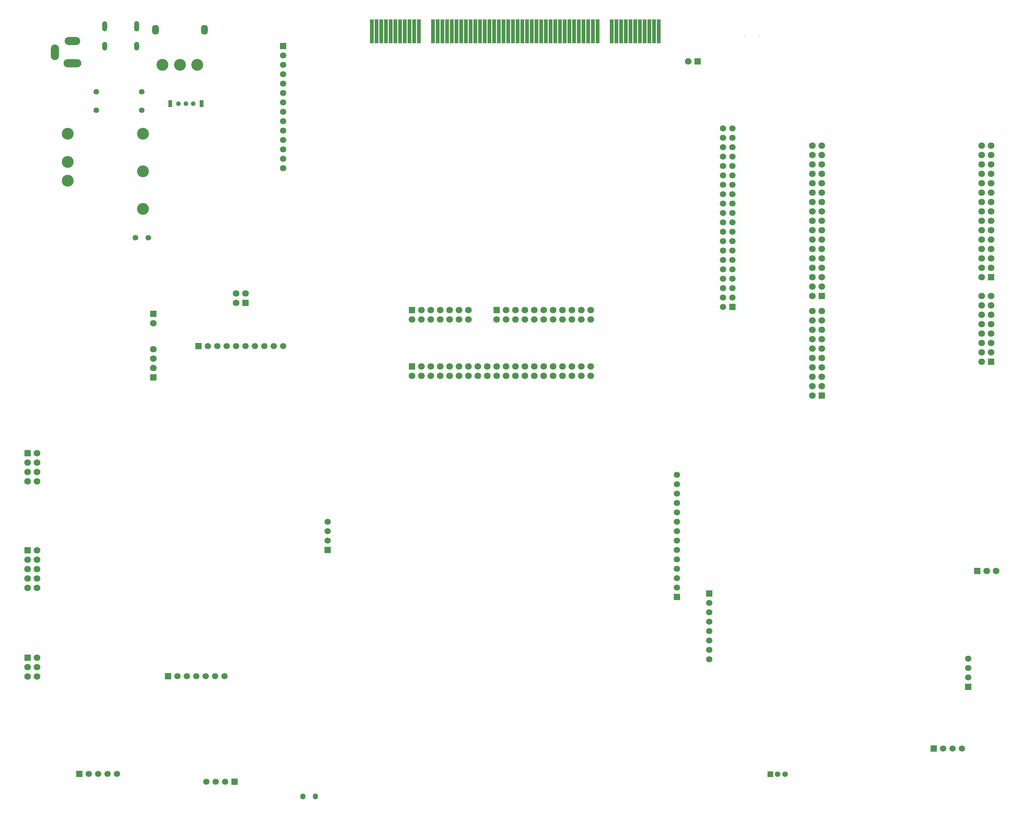
<source format=gbs>
G04*
G04 #@! TF.GenerationSoftware,Altium Limited,Altium Designer,22.8.2 (66)*
G04*
G04 Layer_Color=16711935*
%FSLAX24Y24*%
%MOIN*%
G70*
G04*
G04 #@! TF.SameCoordinates,7B41CF5B-E62F-45EA-8BBF-26C1571639E4*
G04*
G04*
G04 #@! TF.FilePolarity,Negative*
G04*
G01*
G75*
%ADD32R,0.0438X0.2529*%
%ADD43R,0.0710X0.0710*%
%ADD44C,0.0710*%
%ADD45C,0.0080*%
%ADD46C,0.1261*%
G04:AMPARAMS|DCode=47|XSize=102.5mil|YSize=71mil|CornerRadius=29.2mil|HoleSize=0mil|Usage=FLASHONLY|Rotation=270.000|XOffset=0mil|YOffset=0mil|HoleType=Round|Shape=RoundedRectangle|*
%AMROUNDEDRECTD47*
21,1,0.1025,0.0126,0,0,270.0*
21,1,0.0441,0.0710,0,0,270.0*
1,1,0.0584,-0.0063,-0.0220*
1,1,0.0584,-0.0063,0.0220*
1,1,0.0584,0.0063,0.0220*
1,1,0.0584,0.0063,-0.0220*
%
%ADD47ROUNDEDRECTD47*%
%ADD48O,0.0867X0.1655*%
%ADD49O,0.1655X0.0867*%
%ADD50O,0.1891X0.0867*%
%ADD51C,0.0592*%
%ADD52C,0.0512*%
%ADD53R,0.0433X0.0748*%
%ADD54C,0.0669*%
%ADD55R,0.0669X0.0669*%
%ADD56R,0.0710X0.0710*%
%ADD57R,0.0592X0.0592*%
%ADD58R,0.0669X0.0669*%
%ADD59O,0.0551X0.0630*%
G36*
X11317Y81386D02*
X11304Y81387D01*
X11291Y81389D01*
X11278Y81391D01*
X11265Y81394D01*
X11252Y81398D01*
X11239Y81403D01*
X11227Y81408D01*
X11215Y81414D01*
X11203Y81420D01*
X11191Y81427D01*
X11180Y81435D01*
X11170Y81443D01*
X11159Y81452D01*
X11150Y81461D01*
X11141Y81470D01*
X11132Y81481D01*
X11124Y81491D01*
X11116Y81502D01*
X11109Y81514D01*
X11103Y81526D01*
X11097Y81538D01*
X11092Y81550D01*
X11087Y81563D01*
X11083Y81576D01*
X11080Y81589D01*
X11078Y81602D01*
X11076Y81615D01*
X11075Y81628D01*
X11075Y81642D01*
Y82035D01*
X11075Y82049D01*
X11076Y82062D01*
X11078Y82076D01*
X11080Y82089D01*
X11083Y82102D01*
X11087Y82115D01*
X11092Y82127D01*
X11097Y82139D01*
X11103Y82152D01*
X11109Y82163D01*
X11116Y82175D01*
X11124Y82186D01*
X11132Y82196D01*
X11141Y82207D01*
X11150Y82217D01*
X11159Y82226D01*
X11170Y82234D01*
X11180Y82243D01*
X11191Y82250D01*
X11203Y82257D01*
X11215Y82263D01*
X11227Y82269D01*
X11239Y82274D01*
X11252Y82279D01*
X11265Y82283D01*
X11278Y82286D01*
X11291Y82288D01*
X11304Y82290D01*
X11317Y82291D01*
X11331Y82291D01*
X11344Y82291D01*
X11357Y82290D01*
X11371Y82288D01*
X11384Y82286D01*
X11397Y82283D01*
X11410Y82279D01*
X11422Y82274D01*
X11435Y82269D01*
X11447Y82263D01*
X11459Y82257D01*
X11470Y82250D01*
X11481Y82243D01*
X11492Y82234D01*
X11502Y82226D01*
X11512Y82217D01*
X11521Y82207D01*
X11530Y82196D01*
X11538Y82186D01*
X11545Y82175D01*
X11552Y82163D01*
X11559Y82152D01*
X11565Y82139D01*
X11570Y82127D01*
X11574Y82115D01*
X11578Y82102D01*
X11581Y82089D01*
X11583Y82076D01*
X11585Y82062D01*
X11586Y82049D01*
X11587Y82035D01*
Y81642D01*
X11586Y81628D01*
X11585Y81615D01*
X11583Y81602D01*
X11581Y81589D01*
X11578Y81576D01*
X11574Y81563D01*
X11570Y81550D01*
X11565Y81538D01*
X11559Y81526D01*
X11552Y81514D01*
X11545Y81502D01*
X11538Y81491D01*
X11530Y81481D01*
X11521Y81470D01*
X11512Y81461D01*
X11502Y81452D01*
X11492Y81443D01*
X11481Y81435D01*
X11470Y81427D01*
X11459Y81420D01*
X11447Y81414D01*
X11435Y81408D01*
X11422Y81403D01*
X11410Y81398D01*
X11397Y81394D01*
X11384Y81391D01*
X11371Y81389D01*
X11357Y81387D01*
X11344Y81386D01*
X11331Y81386D01*
X11317Y81386D01*
D02*
G37*
G36*
Y83418D02*
X11304Y83420D01*
X11290Y83422D01*
X11276Y83425D01*
X11263Y83429D01*
X11250Y83433D01*
X11237Y83438D01*
X11224Y83444D01*
X11212Y83450D01*
X11200Y83457D01*
X11188Y83465D01*
X11177Y83474D01*
X11166Y83482D01*
X11156Y83492D01*
X11146Y83502D01*
X11137Y83512D01*
X11128Y83523D01*
X11120Y83534D01*
X11113Y83546D01*
X11106Y83558D01*
X11100Y83571D01*
X11094Y83583D01*
X11089Y83596D01*
X11085Y83610D01*
X11082Y83623D01*
X11079Y83637D01*
X11077Y83651D01*
X11075Y83665D01*
X11075Y83678D01*
Y83693D01*
Y84205D01*
Y84219D01*
X11075Y84233D01*
X11077Y84247D01*
X11079Y84261D01*
X11082Y84274D01*
X11085Y84288D01*
X11089Y84301D01*
X11094Y84314D01*
X11100Y84327D01*
X11106Y84339D01*
X11113Y84352D01*
X11120Y84363D01*
X11128Y84375D01*
X11137Y84385D01*
X11146Y84396D01*
X11156Y84406D01*
X11166Y84415D01*
X11177Y84424D01*
X11188Y84432D01*
X11200Y84440D01*
X11212Y84447D01*
X11224Y84454D01*
X11237Y84459D01*
X11250Y84465D01*
X11263Y84469D01*
X11276Y84472D01*
X11290Y84476D01*
X11304Y84478D01*
X11317Y84480D01*
X11331Y84480D01*
X11344Y84480D01*
X11358Y84478D01*
X11372Y84476D01*
X11385Y84472D01*
X11398Y84469D01*
X11412Y84465D01*
X11425Y84459D01*
X11437Y84454D01*
X11450Y84447D01*
X11462Y84440D01*
X11473Y84432D01*
X11485Y84424D01*
X11495Y84415D01*
X11506Y84406D01*
X11515Y84396D01*
X11524Y84385D01*
X11533Y84375D01*
X11541Y84363D01*
X11549Y84352D01*
X11556Y84339D01*
X11562Y84327D01*
X11567Y84314D01*
X11572Y84301D01*
X11576Y84288D01*
X11580Y84274D01*
X11583Y84261D01*
X11585Y84247D01*
X11586Y84233D01*
X11587Y84219D01*
Y84205D01*
Y83693D01*
Y83678D01*
X11586Y83665D01*
X11585Y83651D01*
X11583Y83637D01*
X11580Y83623D01*
X11576Y83610D01*
X11572Y83596D01*
X11567Y83583D01*
X11562Y83571D01*
X11556Y83558D01*
X11549Y83546D01*
X11541Y83534D01*
X11533Y83523D01*
X11524Y83512D01*
X11515Y83502D01*
X11506Y83492D01*
X11495Y83482D01*
X11485Y83474D01*
X11473Y83465D01*
X11462Y83457D01*
X11450Y83450D01*
X11437Y83444D01*
X11425Y83438D01*
X11412Y83433D01*
X11398Y83429D01*
X11385Y83425D01*
X11372Y83422D01*
X11358Y83420D01*
X11344Y83418D01*
X11331Y83417D01*
X11317Y83418D01*
D02*
G37*
G36*
X14719Y81386D02*
X14706Y81387D01*
X14692Y81389D01*
X14679Y81391D01*
X14666Y81394D01*
X14653Y81398D01*
X14641Y81403D01*
X14628Y81408D01*
X14616Y81414D01*
X14604Y81420D01*
X14593Y81427D01*
X14582Y81435D01*
X14571Y81443D01*
X14561Y81452D01*
X14551Y81461D01*
X14542Y81470D01*
X14533Y81481D01*
X14525Y81491D01*
X14518Y81502D01*
X14511Y81514D01*
X14504Y81526D01*
X14498Y81538D01*
X14493Y81550D01*
X14489Y81563D01*
X14485Y81576D01*
X14482Y81589D01*
X14480Y81602D01*
X14478Y81615D01*
X14477Y81628D01*
X14476Y81642D01*
Y82035D01*
X14477Y82049D01*
X14478Y82062D01*
X14480Y82076D01*
X14482Y82089D01*
X14485Y82102D01*
X14489Y82115D01*
X14493Y82127D01*
X14498Y82139D01*
X14504Y82152D01*
X14511Y82163D01*
X14518Y82175D01*
X14525Y82186D01*
X14533Y82196D01*
X14542Y82207D01*
X14551Y82217D01*
X14561Y82226D01*
X14571Y82234D01*
X14582Y82243D01*
X14593Y82250D01*
X14604Y82257D01*
X14616Y82263D01*
X14628Y82269D01*
X14641Y82274D01*
X14653Y82279D01*
X14666Y82283D01*
X14679Y82286D01*
X14692Y82288D01*
X14706Y82290D01*
X14719Y82291D01*
X14732Y82291D01*
X14746D01*
X14759Y82291D01*
X14772Y82290D01*
X14785Y82288D01*
X14798Y82285D01*
X14810Y82282D01*
X14822Y82278D01*
X14834Y82274D01*
X14846Y82268D01*
X14858Y82263D01*
X14869Y82256D01*
X14880Y82250D01*
X14890Y82242D01*
X14900Y82234D01*
X14910Y82225D01*
X14919Y82217D01*
X14928Y82207D01*
X14936Y82197D01*
X14944Y82187D01*
X14951Y82176D01*
X14957Y82165D01*
X14963Y82153D01*
X14969Y82141D01*
X14974Y82130D01*
X14978Y82117D01*
X14981Y82105D01*
X14984Y82092D01*
X14986Y82080D01*
X14987Y82067D01*
X14988Y82055D01*
Y81661D01*
Y81647D01*
X14988Y81633D01*
X14986Y81619D01*
X14984Y81606D01*
X14981Y81592D01*
X14978Y81578D01*
X14974Y81565D01*
X14969Y81552D01*
X14963Y81539D01*
X14957Y81527D01*
X14950Y81515D01*
X14943Y81503D01*
X14935Y81491D01*
X14926Y81481D01*
X14917Y81470D01*
X14907Y81460D01*
X14897Y81451D01*
X14886Y81442D01*
X14875Y81434D01*
X14863Y81426D01*
X14851Y81419D01*
X14839Y81413D01*
X14826Y81407D01*
X14813Y81402D01*
X14800Y81397D01*
X14787Y81394D01*
X14773Y81391D01*
X14759Y81388D01*
X14746Y81387D01*
X14732Y81386D01*
X14719Y81386D01*
D02*
G37*
G36*
Y83398D02*
X14705Y83400D01*
X14691Y83402D01*
X14678Y83406D01*
X14665Y83409D01*
X14651Y83413D01*
X14638Y83419D01*
X14626Y83424D01*
X14613Y83431D01*
X14601Y83438D01*
X14590Y83446D01*
X14578Y83454D01*
X14568Y83463D01*
X14557Y83472D01*
X14548Y83482D01*
X14539Y83493D01*
X14530Y83503D01*
X14522Y83515D01*
X14514Y83526D01*
X14507Y83539D01*
X14501Y83551D01*
X14496Y83564D01*
X14491Y83577D01*
X14487Y83590D01*
X14483Y83604D01*
X14480Y83617D01*
X14478Y83631D01*
X14477Y83645D01*
X14476Y83659D01*
Y83673D01*
Y84224D01*
Y84239D01*
X14477Y84253D01*
X14478Y84267D01*
X14480Y84280D01*
X14483Y84294D01*
X14487Y84307D01*
X14491Y84321D01*
X14496Y84334D01*
X14501Y84346D01*
X14507Y84359D01*
X14514Y84371D01*
X14522Y84383D01*
X14530Y84394D01*
X14539Y84405D01*
X14548Y84416D01*
X14557Y84426D01*
X14568Y84435D01*
X14578Y84444D01*
X14590Y84452D01*
X14601Y84460D01*
X14613Y84467D01*
X14626Y84473D01*
X14638Y84479D01*
X14651Y84484D01*
X14665Y84489D01*
X14678Y84492D01*
X14691Y84495D01*
X14705Y84498D01*
X14719Y84499D01*
X14732Y84500D01*
X14746Y84499D01*
X14759Y84498D01*
X14773Y84495D01*
X14787Y84492D01*
X14800Y84489D01*
X14813Y84484D01*
X14826Y84479D01*
X14839Y84473D01*
X14851Y84467D01*
X14863Y84460D01*
X14875Y84452D01*
X14886Y84444D01*
X14897Y84435D01*
X14907Y84426D01*
X14917Y84416D01*
X14926Y84405D01*
X14935Y84394D01*
X14943Y84383D01*
X14950Y84371D01*
X14957Y84359D01*
X14963Y84346D01*
X14969Y84334D01*
X14974Y84321D01*
X14978Y84307D01*
X14981Y84294D01*
X14984Y84280D01*
X14986Y84267D01*
X14988Y84253D01*
X14988Y84239D01*
Y84224D01*
Y83673D01*
Y83659D01*
X14988Y83645D01*
X14986Y83631D01*
X14984Y83617D01*
X14981Y83604D01*
X14978Y83590D01*
X14974Y83577D01*
X14969Y83564D01*
X14963Y83551D01*
X14957Y83539D01*
X14950Y83526D01*
X14943Y83515D01*
X14935Y83503D01*
X14926Y83493D01*
X14917Y83482D01*
X14907Y83472D01*
X14897Y83463D01*
X14886Y83454D01*
X14875Y83446D01*
X14863Y83438D01*
X14851Y83431D01*
X14839Y83424D01*
X14826Y83419D01*
X14813Y83413D01*
X14800Y83409D01*
X14787Y83406D01*
X14773Y83402D01*
X14759Y83400D01*
X14746Y83398D01*
X14732Y83398D01*
X14719Y83398D01*
D02*
G37*
D32*
X39732Y83421D02*
D03*
X40232D02*
D03*
X40732D02*
D03*
X41232D02*
D03*
X41732D02*
D03*
X42232D02*
D03*
X42732D02*
D03*
X43232D02*
D03*
X43732D02*
D03*
X44232D02*
D03*
X44732D02*
D03*
X46232D02*
D03*
X46732D02*
D03*
X47232D02*
D03*
X47732D02*
D03*
X48232D02*
D03*
X48732D02*
D03*
X49232D02*
D03*
X49732D02*
D03*
X50232D02*
D03*
X50732D02*
D03*
X51232D02*
D03*
X51732D02*
D03*
X52232D02*
D03*
X52732D02*
D03*
X53232D02*
D03*
X53732D02*
D03*
X54232D02*
D03*
X54732D02*
D03*
X55232D02*
D03*
X55732D02*
D03*
X56232D02*
D03*
X56732D02*
D03*
X57232D02*
D03*
X57732D02*
D03*
X58232D02*
D03*
X58732D02*
D03*
X59232D02*
D03*
X59732D02*
D03*
X60232D02*
D03*
X60732D02*
D03*
X61232D02*
D03*
X61732D02*
D03*
X62232D02*
D03*
X62732D02*
D03*
X63232D02*
D03*
X63732D02*
D03*
X65232D02*
D03*
X65732D02*
D03*
X66232D02*
D03*
X66732D02*
D03*
X67232D02*
D03*
X67732D02*
D03*
X68232D02*
D03*
X68732D02*
D03*
X69232D02*
D03*
X69732D02*
D03*
X70232D02*
D03*
D43*
X105563Y48252D02*
D03*
Y57252D02*
D03*
X87563Y55252D02*
D03*
Y44652D02*
D03*
X3150Y28181D02*
D03*
Y38508D02*
D03*
Y16748D02*
D03*
X74358Y80197D02*
D03*
X104118Y25984D02*
D03*
X26287Y54512D02*
D03*
D44*
X104563Y48252D02*
D03*
X105563Y49252D02*
D03*
X104563D02*
D03*
X105563Y50252D02*
D03*
X104563D02*
D03*
X105563Y51252D02*
D03*
X104563D02*
D03*
X105563Y52252D02*
D03*
X104563D02*
D03*
X105563Y53252D02*
D03*
X104563D02*
D03*
X105563Y54252D02*
D03*
X104563D02*
D03*
X105563Y55252D02*
D03*
X104563D02*
D03*
Y57252D02*
D03*
X105563Y58252D02*
D03*
X104563D02*
D03*
X105563Y59252D02*
D03*
X104563D02*
D03*
X105563Y60252D02*
D03*
X104563D02*
D03*
X105563Y61252D02*
D03*
X104563D02*
D03*
X105563Y62252D02*
D03*
X104563D02*
D03*
X105563Y63252D02*
D03*
X104563D02*
D03*
X105563Y64252D02*
D03*
X104563D02*
D03*
X105563Y65252D02*
D03*
X104563D02*
D03*
X105563Y66252D02*
D03*
X104563D02*
D03*
X105563Y67252D02*
D03*
X104563D02*
D03*
X105563Y68252D02*
D03*
X104563D02*
D03*
X105563Y69252D02*
D03*
X104563D02*
D03*
X105563Y70252D02*
D03*
X104563D02*
D03*
X105563Y71252D02*
D03*
X104563D02*
D03*
X86563Y55252D02*
D03*
X87563Y56252D02*
D03*
X86563D02*
D03*
X87563Y57252D02*
D03*
X86563D02*
D03*
X87563Y58252D02*
D03*
X86563D02*
D03*
X87563Y59252D02*
D03*
X86563D02*
D03*
X87563Y60252D02*
D03*
X86563D02*
D03*
X87563Y61252D02*
D03*
X86563D02*
D03*
X87563Y62252D02*
D03*
X86563D02*
D03*
X87563Y63252D02*
D03*
X86563D02*
D03*
X87563Y64252D02*
D03*
X86563D02*
D03*
X87563Y65252D02*
D03*
X86563D02*
D03*
X87563Y66252D02*
D03*
X86563D02*
D03*
X87563Y67252D02*
D03*
X86563D02*
D03*
X87563Y68252D02*
D03*
X86563D02*
D03*
X87563Y69252D02*
D03*
X86563D02*
D03*
X87563Y70252D02*
D03*
X86563D02*
D03*
X87563Y71252D02*
D03*
X86563D02*
D03*
Y44652D02*
D03*
X87563Y45652D02*
D03*
X86563D02*
D03*
X87563Y46652D02*
D03*
X86563D02*
D03*
X87563Y47652D02*
D03*
X86563D02*
D03*
X87563Y48652D02*
D03*
X86563D02*
D03*
X87563Y49652D02*
D03*
X86563D02*
D03*
X87563Y50652D02*
D03*
X86563D02*
D03*
X87563Y51652D02*
D03*
X86563D02*
D03*
X87563Y52652D02*
D03*
X86563D02*
D03*
X87563Y53652D02*
D03*
X86563D02*
D03*
X3150Y25181D02*
D03*
X4150D02*
D03*
Y28181D02*
D03*
Y27181D02*
D03*
X3150D02*
D03*
X4150Y26181D02*
D03*
X3150D02*
D03*
Y24181D02*
D03*
X4150D02*
D03*
Y35508D02*
D03*
X3150D02*
D03*
Y37508D02*
D03*
Y36508D02*
D03*
X4150Y38508D02*
D03*
Y36508D02*
D03*
Y37508D02*
D03*
Y15748D02*
D03*
Y16748D02*
D03*
X3150Y15748D02*
D03*
Y14748D02*
D03*
X4150D02*
D03*
X63000Y52750D02*
D03*
Y53750D02*
D03*
X56000D02*
D03*
Y52750D02*
D03*
X53000D02*
D03*
X54000D02*
D03*
Y53750D02*
D03*
X55000Y52750D02*
D03*
Y53750D02*
D03*
X57000D02*
D03*
Y52750D02*
D03*
X58000Y53750D02*
D03*
Y52750D02*
D03*
X59000Y53750D02*
D03*
Y52750D02*
D03*
X60000Y53750D02*
D03*
Y52750D02*
D03*
X61000Y53750D02*
D03*
Y52750D02*
D03*
X62000Y53750D02*
D03*
Y52750D02*
D03*
X50000D02*
D03*
Y53750D02*
D03*
X49000Y52750D02*
D03*
Y53750D02*
D03*
X48000Y52750D02*
D03*
Y53750D02*
D03*
X46000D02*
D03*
Y52750D02*
D03*
X45000Y53750D02*
D03*
Y52750D02*
D03*
X44000D02*
D03*
X47000D02*
D03*
Y53750D02*
D03*
X63000Y46750D02*
D03*
Y47750D02*
D03*
X62000Y46750D02*
D03*
Y47750D02*
D03*
X61000Y46750D02*
D03*
Y47750D02*
D03*
X60000Y46750D02*
D03*
Y47750D02*
D03*
X59000Y46750D02*
D03*
Y47750D02*
D03*
X58000Y46750D02*
D03*
Y47750D02*
D03*
X57000Y46750D02*
D03*
Y47750D02*
D03*
X56000Y46750D02*
D03*
Y47750D02*
D03*
X55000Y46750D02*
D03*
Y47750D02*
D03*
X54000Y46750D02*
D03*
Y47750D02*
D03*
X53000Y46750D02*
D03*
Y47750D02*
D03*
X52000Y46750D02*
D03*
Y47750D02*
D03*
X51000Y46750D02*
D03*
Y47750D02*
D03*
X50000Y46750D02*
D03*
Y47750D02*
D03*
X49000Y46750D02*
D03*
Y47750D02*
D03*
X48000Y46750D02*
D03*
Y47750D02*
D03*
X46000D02*
D03*
Y46750D02*
D03*
X45000Y47750D02*
D03*
Y46750D02*
D03*
X44000D02*
D03*
X47000D02*
D03*
Y47750D02*
D03*
X16496Y52346D02*
D03*
X73358Y80197D02*
D03*
X105118Y25984D02*
D03*
X106118D02*
D03*
X26287Y55512D02*
D03*
X25287D02*
D03*
Y54512D02*
D03*
X16506Y47575D02*
D03*
Y48575D02*
D03*
Y49575D02*
D03*
D45*
X79331Y82953D02*
D03*
X80906D02*
D03*
D46*
X19331Y79843D02*
D03*
X21181D02*
D03*
X17480D02*
D03*
X15417Y64504D02*
D03*
Y68504D02*
D03*
X7417Y67504D02*
D03*
Y69504D02*
D03*
X15417Y72504D02*
D03*
X7417D02*
D03*
D47*
X16732Y83593D02*
D03*
X21929D02*
D03*
D48*
X6024Y81181D02*
D03*
D49*
X7913Y82362D02*
D03*
D50*
Y80000D02*
D03*
D51*
X15256Y76968D02*
D03*
Y75000D02*
D03*
X83661Y4331D02*
D03*
X82874D02*
D03*
X14587Y61457D02*
D03*
X15965D02*
D03*
X10433Y75000D02*
D03*
Y76968D02*
D03*
D52*
X19173Y75709D02*
D03*
X19961D02*
D03*
X20748D02*
D03*
D53*
X18287D02*
D03*
X21634D02*
D03*
D54*
X12630Y4370D02*
D03*
X11630D02*
D03*
X9630D02*
D03*
X10630D02*
D03*
X77059Y54083D02*
D03*
Y55083D02*
D03*
Y56083D02*
D03*
Y57083D02*
D03*
Y58083D02*
D03*
Y59083D02*
D03*
Y60083D02*
D03*
Y61083D02*
D03*
Y62083D02*
D03*
Y63083D02*
D03*
Y64083D02*
D03*
Y65083D02*
D03*
Y66083D02*
D03*
Y67083D02*
D03*
Y68083D02*
D03*
Y69083D02*
D03*
Y70083D02*
D03*
Y71083D02*
D03*
Y72083D02*
D03*
Y73083D02*
D03*
X78059D02*
D03*
Y72083D02*
D03*
Y71083D02*
D03*
Y70083D02*
D03*
Y69083D02*
D03*
Y68083D02*
D03*
Y67083D02*
D03*
Y66083D02*
D03*
Y65083D02*
D03*
Y64083D02*
D03*
Y63083D02*
D03*
Y62083D02*
D03*
Y61083D02*
D03*
Y60083D02*
D03*
Y59083D02*
D03*
Y58083D02*
D03*
Y57083D02*
D03*
Y56083D02*
D03*
Y55083D02*
D03*
X30315Y72835D02*
D03*
Y73835D02*
D03*
Y74835D02*
D03*
Y75835D02*
D03*
Y76835D02*
D03*
Y77835D02*
D03*
Y78835D02*
D03*
Y80835D02*
D03*
Y79835D02*
D03*
Y71835D02*
D03*
Y70835D02*
D03*
Y69835D02*
D03*
Y68835D02*
D03*
X35039Y31224D02*
D03*
Y30224D02*
D03*
Y29224D02*
D03*
X72165Y32224D02*
D03*
Y31224D02*
D03*
Y30224D02*
D03*
Y29224D02*
D03*
Y28224D02*
D03*
Y27224D02*
D03*
Y26224D02*
D03*
Y24224D02*
D03*
Y25224D02*
D03*
Y33224D02*
D03*
Y34224D02*
D03*
Y35224D02*
D03*
Y36224D02*
D03*
X103150Y16657D02*
D03*
Y15657D02*
D03*
Y14657D02*
D03*
X102484Y7087D02*
D03*
X101484D02*
D03*
X100484D02*
D03*
X22122Y3543D02*
D03*
X23122D02*
D03*
X24122D02*
D03*
X75591Y18579D02*
D03*
Y19579D02*
D03*
Y20579D02*
D03*
Y22579D02*
D03*
Y21579D02*
D03*
Y17579D02*
D03*
Y16579D02*
D03*
X20063Y14764D02*
D03*
X19063D02*
D03*
X21063D02*
D03*
X22063D02*
D03*
X23063D02*
D03*
X24063D02*
D03*
X23300Y49900D02*
D03*
X22300D02*
D03*
X24300D02*
D03*
X25300D02*
D03*
X26300D02*
D03*
X27300D02*
D03*
X28300D02*
D03*
X29300D02*
D03*
X30300D02*
D03*
D55*
X8630Y4370D02*
D03*
X78059Y54083D02*
D03*
X99484Y7087D02*
D03*
X25122Y3543D02*
D03*
X18063Y14764D02*
D03*
X21300Y49900D02*
D03*
D56*
X53000Y53750D02*
D03*
X44000D02*
D03*
Y47750D02*
D03*
X16496Y53346D02*
D03*
X16506Y46575D02*
D03*
D57*
X82087Y4331D02*
D03*
D58*
X30315Y81835D02*
D03*
X35039Y28224D02*
D03*
X72165Y23224D02*
D03*
X103150Y13657D02*
D03*
X75591Y23579D02*
D03*
D59*
X33740Y1969D02*
D03*
X32402D02*
D03*
M02*

</source>
